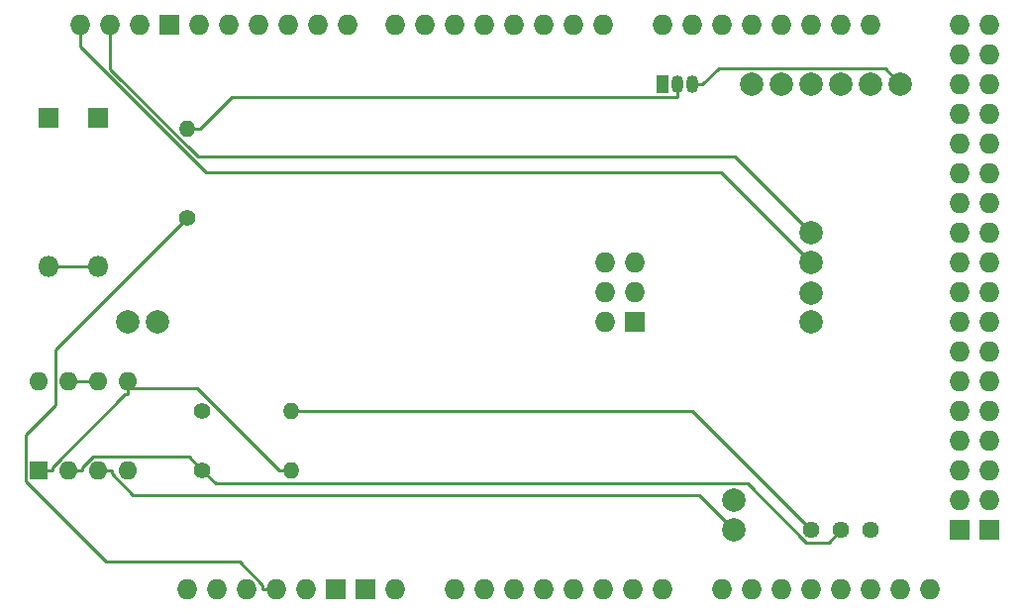
<source format=gbr>
%TF.GenerationSoftware,KiCad,Pcbnew,7.0.5*%
%TF.CreationDate,2023-10-27T13:43:38+01:00*%
%TF.ProjectId,OptiprodV2,4f707469-7072-46f6-9456-322e6b696361,rev?*%
%TF.SameCoordinates,Original*%
%TF.FileFunction,Copper,L1,Top*%
%TF.FilePolarity,Positive*%
%FSLAX46Y46*%
G04 Gerber Fmt 4.6, Leading zero omitted, Abs format (unit mm)*
G04 Created by KiCad (PCBNEW 7.0.5) date 2023-10-27 13:43:38*
%MOMM*%
%LPD*%
G01*
G04 APERTURE LIST*
%TA.AperFunction,ComponentPad*%
%ADD10C,2.000000*%
%TD*%
%TA.AperFunction,ComponentPad*%
%ADD11O,1.727200X1.727200*%
%TD*%
%TA.AperFunction,ComponentPad*%
%ADD12R,1.727200X1.727200*%
%TD*%
%TA.AperFunction,ComponentPad*%
%ADD13C,1.400000*%
%TD*%
%TA.AperFunction,ComponentPad*%
%ADD14O,1.400000X1.400000*%
%TD*%
%TA.AperFunction,ComponentPad*%
%ADD15R,1.050000X1.500000*%
%TD*%
%TA.AperFunction,ComponentPad*%
%ADD16O,1.050000X1.500000*%
%TD*%
%TA.AperFunction,ComponentPad*%
%ADD17R,1.800000X1.800000*%
%TD*%
%TA.AperFunction,ComponentPad*%
%ADD18O,1.800000X1.800000*%
%TD*%
%TA.AperFunction,ComponentPad*%
%ADD19R,1.600000X1.600000*%
%TD*%
%TA.AperFunction,ComponentPad*%
%ADD20O,1.600000X1.600000*%
%TD*%
%TA.AperFunction,ComponentPad*%
%ADD21C,1.440000*%
%TD*%
%TA.AperFunction,Conductor*%
%ADD22C,0.250000*%
%TD*%
G04 APERTURE END LIST*
D10*
%TO.P,GNDIN1,1,1*%
%TO.N,GND*%
X170180000Y-99060000D03*
%TD*%
D11*
%TO.P,A2,VIN,VIN*%
%TO.N,unconnected-(A2-PadVIN)*%
X141224000Y-106680000D03*
%TO.P,A2,SDA,SDA*%
%TO.N,Net-(A2-PadSDA)*%
X116840000Y-58420000D03*
%TO.P,A2,SCL,SCL*%
%TO.N,Net-(A2-PadSCL)*%
X114300000Y-58420000D03*
%TO.P,A2,SCK,SPI_SCK*%
%TO.N,unconnected-(A2-SPI_SCK-PadSCK)*%
X159131000Y-81280000D03*
%TO.P,A2,RST2,SPI_RESET*%
%TO.N,unconnected-(A2-SPI_RESET-PadRST2)*%
X159131000Y-83820000D03*
%TO.P,A2,RST1,RESET*%
%TO.N,unconnected-(A2-RESET-PadRST1)*%
X128524000Y-106680000D03*
%TO.P,A2,MOSI,SPI_MOSI*%
%TO.N,unconnected-(A2-SPI_MOSI-PadMOSI)*%
X161671000Y-81280000D03*
%TO.P,A2,MISO,SPI_MISO*%
%TO.N,unconnected-(A2-SPI_MISO-PadMISO)*%
X159131000Y-78740000D03*
%TO.P,A2,IORF,IOREF*%
%TO.N,unconnected-(A2-IOREF-PadIORF)*%
X125984000Y-106680000D03*
D12*
%TO.P,A2,GND6,GND*%
%TO.N,GND*%
X192024000Y-101600000D03*
%TO.P,A2,GND5,GND*%
X189484000Y-101600000D03*
%TO.P,A2,GND4,SPI_GND*%
%TO.N,unconnected-(A2-SPI_GND-PadGND4)*%
X161671000Y-83820000D03*
%TO.P,A2,GND3,GND*%
%TO.N,GND*%
X138684000Y-106680000D03*
%TO.P,A2,GND2,GND*%
X136144000Y-106680000D03*
%TO.P,A2,GND1,GND*%
X121920000Y-58420000D03*
D11*
%TO.P,A2,D53,D53_CS*%
%TO.N,unconnected-(A2-D53_CS-PadD53)*%
X192024000Y-99060000D03*
%TO.P,A2,D52,D52_SCK*%
%TO.N,unconnected-(A2-D52_SCK-PadD52)*%
X189484000Y-99060000D03*
%TO.P,A2,D51,D51_MOSI*%
%TO.N,unconnected-(A2-D51_MOSI-PadD51)*%
X192024000Y-96520000D03*
%TO.P,A2,D50,D50_MISO*%
%TO.N,unconnected-(A2-D50_MISO-PadD50)*%
X189484000Y-96520000D03*
%TO.P,A2,D49,D49*%
%TO.N,unconnected-(A2-PadD49)*%
X192024000Y-93980000D03*
%TO.P,A2,D48,D48*%
%TO.N,unconnected-(A2-PadD48)*%
X189484000Y-93980000D03*
%TO.P,A2,D47,D47*%
%TO.N,unconnected-(A2-PadD47)*%
X192024000Y-91440000D03*
%TO.P,A2,D46,D46*%
%TO.N,unconnected-(A2-PadD46)*%
X189484000Y-91440000D03*
%TO.P,A2,D45,D45*%
%TO.N,unconnected-(A2-PadD45)*%
X192024000Y-88900000D03*
%TO.P,A2,D44,D44*%
%TO.N,unconnected-(A2-PadD44)*%
X189484000Y-88900000D03*
%TO.P,A2,D43,D43*%
%TO.N,unconnected-(A2-PadD43)*%
X192024000Y-86360000D03*
%TO.P,A2,D42,D42*%
%TO.N,unconnected-(A2-PadD42)*%
X189484000Y-86360000D03*
%TO.P,A2,D41,D41*%
%TO.N,unconnected-(A2-PadD41)*%
X192024000Y-83820000D03*
%TO.P,A2,D40,D40*%
%TO.N,unconnected-(A2-PadD40)*%
X189484000Y-83820000D03*
%TO.P,A2,D39,D39*%
%TO.N,unconnected-(A2-PadD39)*%
X192024000Y-81280000D03*
%TO.P,A2,D38,D38*%
%TO.N,unconnected-(A2-PadD38)*%
X189484000Y-81280000D03*
%TO.P,A2,D37,D37*%
%TO.N,unconnected-(A2-PadD37)*%
X192024000Y-78740000D03*
%TO.P,A2,D36,D36*%
%TO.N,unconnected-(A2-PadD36)*%
X189484000Y-78740000D03*
%TO.P,A2,D35,D35*%
%TO.N,unconnected-(A2-PadD35)*%
X192024000Y-76200000D03*
%TO.P,A2,D34,D34*%
%TO.N,unconnected-(A2-PadD34)*%
X189484000Y-76200000D03*
%TO.P,A2,D33,D33*%
%TO.N,unconnected-(A2-PadD33)*%
X192024000Y-73660000D03*
%TO.P,A2,D32,D32*%
%TO.N,unconnected-(A2-PadD32)*%
X189484000Y-73660000D03*
%TO.P,A2,D31,D31*%
%TO.N,unconnected-(A2-PadD31)*%
X192024000Y-71120000D03*
%TO.P,A2,D30,D30*%
%TO.N,unconnected-(A2-PadD30)*%
X189484000Y-71120000D03*
%TO.P,A2,D29,D29*%
%TO.N,unconnected-(A2-PadD29)*%
X192024000Y-68580000D03*
%TO.P,A2,D28,D28*%
%TO.N,unconnected-(A2-PadD28)*%
X189484000Y-68580000D03*
%TO.P,A2,D27,D27*%
%TO.N,unconnected-(A2-PadD27)*%
X192024000Y-66040000D03*
%TO.P,A2,D26,D26*%
%TO.N,unconnected-(A2-PadD26)*%
X189484000Y-66040000D03*
%TO.P,A2,D25,D25*%
%TO.N,unconnected-(A2-PadD25)*%
X192024000Y-63500000D03*
%TO.P,A2,D24,D24*%
%TO.N,unconnected-(A2-PadD24)*%
X189484000Y-63500000D03*
%TO.P,A2,D23,D23*%
%TO.N,unconnected-(A2-PadD23)*%
X192024000Y-60960000D03*
%TO.P,A2,D22,D22*%
%TO.N,unconnected-(A2-PadD22)*%
X189484000Y-60960000D03*
%TO.P,A2,D21,D21/SCL*%
%TO.N,Net-(A2-D21{slash}SCL)*%
X181864000Y-58420000D03*
%TO.P,A2,D20,D20/SDA*%
%TO.N,Net-(A2-D20{slash}SDA)*%
X179324000Y-58420000D03*
%TO.P,A2,D19,D19/RX1*%
%TO.N,unconnected-(A2-D19{slash}RX1-PadD19)*%
X176784000Y-58420000D03*
%TO.P,A2,D18,D18/TX1*%
%TO.N,unconnected-(A2-D18{slash}TX1-PadD18)*%
X174244000Y-58420000D03*
%TO.P,A2,D17,D17/RX2*%
%TO.N,unconnected-(A2-D17{slash}RX2-PadD17)*%
X171704000Y-58420000D03*
%TO.P,A2,D16,D16/TX2*%
%TO.N,unconnected-(A2-D16{slash}TX2-PadD16)*%
X169164000Y-58420000D03*
%TO.P,A2,D15,D15/RX3*%
%TO.N,unconnected-(A2-D15{slash}RX3-PadD15)*%
X166624000Y-58420000D03*
%TO.P,A2,D14,D14/TX3*%
%TO.N,unconnected-(A2-D14{slash}TX3-PadD14)*%
X164084000Y-58420000D03*
%TO.P,A2,D13,D13*%
%TO.N,unconnected-(A2-PadD13)*%
X124460000Y-58420000D03*
%TO.P,A2,D12,D12*%
%TO.N,unconnected-(A2-PadD12)*%
X127000000Y-58420000D03*
%TO.P,A2,D11,D11*%
%TO.N,unconnected-(A2-PadD11)*%
X129540000Y-58420000D03*
%TO.P,A2,D10,D10*%
%TO.N,unconnected-(A2-PadD10)*%
X132080000Y-58420000D03*
%TO.P,A2,D9,D9*%
%TO.N,unconnected-(A2-PadD9)*%
X134620000Y-58420000D03*
%TO.P,A2,D8,D8*%
%TO.N,unconnected-(A2-PadD8)*%
X137160000Y-58420000D03*
%TO.P,A2,D7,D7*%
%TO.N,unconnected-(A2-PadD7)*%
X141224000Y-58420000D03*
%TO.P,A2,D6,D6*%
%TO.N,unconnected-(A2-PadD6)*%
X143764000Y-58420000D03*
%TO.P,A2,D5,D5*%
%TO.N,unconnected-(A2-PadD5)*%
X146304000Y-58420000D03*
%TO.P,A2,D4,D4*%
%TO.N,unconnected-(A2-PadD4)*%
X148844000Y-58420000D03*
%TO.P,A2,D3,D3_INT1*%
%TO.N,unconnected-(A2-D3_INT1-PadD3)*%
X151384000Y-58420000D03*
%TO.P,A2,D2,D2_INT0*%
%TO.N,unconnected-(A2-D2_INT0-PadD2)*%
X153924000Y-58420000D03*
%TO.P,A2,D1,D1/TX0*%
%TO.N,unconnected-(A2-D1{slash}TX0-PadD1)*%
X156464000Y-58420000D03*
%TO.P,A2,D0,D0/RX0*%
%TO.N,unconnected-(A2-D0{slash}RX0-PadD0)*%
X159004000Y-58420000D03*
%TO.P,A2,AREF,AREF*%
%TO.N,unconnected-(A2-PadAREF)*%
X119380000Y-58420000D03*
%TO.P,A2,A15,A15*%
%TO.N,unconnected-(A2-PadA15)*%
X186944000Y-106680000D03*
%TO.P,A2,A14,A14*%
%TO.N,unconnected-(A2-PadA14)*%
X184404000Y-106680000D03*
%TO.P,A2,A13,A13*%
%TO.N,unconnected-(A2-PadA13)*%
X181864000Y-106680000D03*
%TO.P,A2,A12,A12*%
%TO.N,unconnected-(A2-PadA12)*%
X179324000Y-106680000D03*
%TO.P,A2,A11,A11*%
%TO.N,unconnected-(A2-PadA11)*%
X176784000Y-106680000D03*
%TO.P,A2,A10,A10*%
%TO.N,unconnected-(A2-PadA10)*%
X174244000Y-106680000D03*
%TO.P,A2,A9,A9*%
%TO.N,unconnected-(A2-PadA9)*%
X171704000Y-106680000D03*
%TO.P,A2,A8,A8*%
%TO.N,unconnected-(A2-PadA8)*%
X169164000Y-106680000D03*
%TO.P,A2,A7,A7*%
%TO.N,unconnected-(A2-PadA7)*%
X164084000Y-106680000D03*
%TO.P,A2,A6,A6*%
%TO.N,unconnected-(A2-PadA6)*%
X161544000Y-106680000D03*
%TO.P,A2,A5,A5*%
%TO.N,unconnected-(A2-PadA5)*%
X159004000Y-106680000D03*
%TO.P,A2,A4,A4*%
%TO.N,unconnected-(A2-PadA4)*%
X156464000Y-106680000D03*
%TO.P,A2,A3,A3*%
%TO.N,unconnected-(A2-PadA3)*%
X153924000Y-106680000D03*
%TO.P,A2,A2,A2*%
%TO.N,unconnected-(A2-PadA2)*%
X151384000Y-106680000D03*
%TO.P,A2,A1,A1*%
%TO.N,unconnected-(A2-PadA1)*%
X148844000Y-106680000D03*
%TO.P,A2,A0,A0*%
%TO.N,Net-(MCP602B--)*%
X146304000Y-106680000D03*
%TO.P,A2,5V4,5V*%
%TO.N,unconnected-(A2-5V-Pad5V4)*%
X192024000Y-58420000D03*
%TO.P,A2,5V3,5V*%
%TO.N,unconnected-(A2-5V-Pad5V3)*%
X189484000Y-58420000D03*
%TO.P,A2,5V2,SPI_5V*%
%TO.N,unconnected-(A2-SPI_5V-Pad5V2)*%
X161671000Y-78740000D03*
%TO.P,A2,5V1,5V*%
%TO.N,VCCQ*%
X133604000Y-106680000D03*
%TO.P,A2,3V3,3.3V*%
%TO.N,VCC*%
X131064000Y-106680000D03*
%TO.P,A2,*%
%TO.N,*%
X123444000Y-106680000D03*
%TD*%
D10*
%TO.P,IN1,1,1*%
%TO.N,Net-(DZ5-K)*%
X170180000Y-101600000D03*
%TD*%
D13*
%TO.P,1K2,1*%
%TO.N,GND*%
X124714000Y-91440000D03*
D14*
%TO.P,1K2,2*%
%TO.N,Net-(1K1-Right)*%
X132334000Y-91440000D03*
%TD*%
D10*
%TO.P,SDO1,1,1*%
%TO.N,unconnected-(SDO1-Pad1)*%
X174244000Y-63470000D03*
%TD*%
%TO.P,VCCS1,1,1*%
%TO.N,VCCQ*%
X176784000Y-81380000D03*
%TD*%
D13*
%TO.P,51K1,1*%
%TO.N,Net-(1K1-Center)*%
X124714000Y-96520000D03*
D14*
%TO.P,51K1,2*%
%TO.N,Net-(MCP602B-+)*%
X132334000Y-96520000D03*
%TD*%
D10*
%TO.P,CS1,1,1*%
%TO.N,unconnected-(CS1-Pad1)*%
X171704000Y-63470000D03*
%TD*%
%TO.P,GND1,1,1*%
%TO.N,GND*%
X181864000Y-63500000D03*
%TD*%
D15*
%TO.P,DS18B20,1,GND*%
%TO.N,GND*%
X164084000Y-63500000D03*
D16*
%TO.P,DS18B20,2,DQ*%
%TO.N,Net-(DS18B20-DQ)*%
X165354000Y-63500000D03*
%TO.P,DS18B20,3,V_{DD}*%
%TO.N,VCC*%
X166624000Y-63500000D03*
%TD*%
D10*
%TO.P,Follower1,1,1*%
%TO.N,Net-(MCP602B--)*%
X118364000Y-83820000D03*
%TD*%
D17*
%TO.P,DZ6,1,K*%
%TO.N,GND*%
X111574000Y-66370000D03*
D18*
%TO.P,DZ6,2,A*%
%TO.N,Net-(DZ5-A)*%
X111574000Y-79070000D03*
%TD*%
D10*
%TO.P,SDA2,1,1*%
%TO.N,Net-(A2-PadSDA)*%
X176784000Y-76200000D03*
%TD*%
D17*
%TO.P,DZ5,1,K*%
%TO.N,Net-(DZ5-K)*%
X115824000Y-66370000D03*
D18*
%TO.P,DZ5,2,A*%
%TO.N,Net-(DZ5-A)*%
X115824000Y-79070000D03*
%TD*%
D10*
%TO.P,Follower2,1,1*%
%TO.N,Net-(MCP602B-+)*%
X120904000Y-83820000D03*
%TD*%
D13*
%TO.P,4.7K1,1*%
%TO.N,VCC*%
X123444000Y-74930000D03*
D14*
%TO.P,4.7K1,2*%
%TO.N,Net-(DS18B20-DQ)*%
X123444000Y-67310000D03*
%TD*%
D19*
%TO.P,MCP602,1*%
%TO.N,Net-(MCP602B-+)*%
X110744000Y-96520000D03*
D20*
%TO.P,MCP602,2,-*%
%TO.N,Net-(1K1-Center)*%
X113284000Y-96520000D03*
%TO.P,MCP602,3,+*%
%TO.N,Net-(DZ5-K)*%
X115824000Y-96520000D03*
%TO.P,MCP602,4,V-*%
%TO.N,GND*%
X118364000Y-96520000D03*
%TO.P,MCP602,5,+*%
%TO.N,Net-(MCP602B-+)*%
X118364000Y-88900000D03*
%TO.P,MCP602,6,-*%
%TO.N,Net-(MCP602B--)*%
X115824000Y-88900000D03*
%TO.P,MCP602,7*%
X113284000Y-88900000D03*
%TO.P,MCP602,8,V+*%
%TO.N,VCCQ*%
X110744000Y-88900000D03*
%TD*%
D10*
%TO.P,GNDS1,1,1*%
%TO.N,GND*%
X176784000Y-83820000D03*
%TD*%
%TO.P,SCL2,1,1*%
%TO.N,Net-(A2-PadSCL)*%
X176784000Y-78740000D03*
%TD*%
%TO.P,VCC1,1,1*%
%TO.N,VCC*%
X184404000Y-63470000D03*
%TD*%
%TO.P,SDA1,1,1*%
%TO.N,Net-(A2-D20{slash}SDA)*%
X176784000Y-63470000D03*
%TD*%
%TO.P,SCL1,1,1*%
%TO.N,Net-(A2-D21{slash}SCL)*%
X179324000Y-63500000D03*
%TD*%
D21*
%TO.P,1K1,1,Left*%
%TO.N,unconnected-(1K1-Left-Pad1)*%
X181864000Y-101600000D03*
%TO.P,1K1,2,Center*%
%TO.N,Net-(1K1-Center)*%
X179324000Y-101600000D03*
%TO.P,1K1,3,Right*%
%TO.N,Net-(1K1-Right)*%
X176784000Y-101600000D03*
%TD*%
D22*
%TO.N,Net-(MCP602B--)*%
X113284000Y-88900000D02*
X115824000Y-88900000D01*
%TO.N,Net-(MCP602B-+)*%
X111870900Y-96238300D02*
X111870900Y-96520000D01*
X118082300Y-90026900D02*
X111870900Y-96238300D01*
X118364000Y-90026900D02*
X118082300Y-90026900D01*
X110744000Y-96520000D02*
X111870900Y-96520000D01*
X118364000Y-88900000D02*
X118364000Y-89463400D01*
X118364000Y-89463400D02*
X118364000Y-90026900D01*
X124250500Y-89463400D02*
X131307100Y-96520000D01*
X118364000Y-89463400D02*
X124250500Y-89463400D01*
X132334000Y-96520000D02*
X131307100Y-96520000D01*
%TO.N,Net-(A2-PadSCL)*%
X169073000Y-71029000D02*
X176784000Y-78740000D01*
X125044700Y-71029000D02*
X169073000Y-71029000D01*
X114300000Y-60284300D02*
X125044700Y-71029000D01*
X114300000Y-58420000D02*
X114300000Y-60284300D01*
%TO.N,Net-(A2-PadSDA)*%
X116840000Y-62185200D02*
X116840000Y-59610500D01*
X124310800Y-69656000D02*
X116840000Y-62185200D01*
X170240000Y-69656000D02*
X124310800Y-69656000D01*
X176784000Y-76200000D02*
X170240000Y-69656000D01*
X116840000Y-58420000D02*
X116840000Y-59610500D01*
%TO.N,Net-(DS18B20-DQ)*%
X127204000Y-64576900D02*
X124470900Y-67310000D01*
X165354000Y-64576900D02*
X127204000Y-64576900D01*
X165354000Y-63500000D02*
X165354000Y-64576900D01*
X123444000Y-67310000D02*
X124470900Y-67310000D01*
%TO.N,Net-(1K1-Right)*%
X166624000Y-91440000D02*
X132334000Y-91440000D01*
X176784000Y-101600000D02*
X166624000Y-91440000D01*
%TO.N,Net-(1K1-Center)*%
X125842400Y-97648400D02*
X124714000Y-96520000D01*
X171322300Y-97648400D02*
X125842400Y-97648400D01*
X176346500Y-102672600D02*
X171322300Y-97648400D01*
X178251400Y-102672600D02*
X176346500Y-102672600D01*
X179324000Y-101600000D02*
X178251400Y-102672600D01*
X114410900Y-96286500D02*
X114410900Y-96520000D01*
X115341600Y-95355800D02*
X114410900Y-96286500D01*
X123549800Y-95355800D02*
X115341600Y-95355800D01*
X124714000Y-96520000D02*
X123549800Y-95355800D01*
X113284000Y-96520000D02*
X114410900Y-96520000D01*
%TO.N,Net-(DZ5-A)*%
X115824000Y-79070000D02*
X111574000Y-79070000D01*
%TO.N,VCC*%
X183071400Y-62137400D02*
X184404000Y-63470000D01*
X168838500Y-62137400D02*
X183071400Y-62137400D01*
X167475900Y-63500000D02*
X168838500Y-62137400D01*
X166624000Y-63500000D02*
X167475900Y-63500000D01*
X129873500Y-106310000D02*
X129873500Y-106680000D01*
X127868300Y-104304800D02*
X129873500Y-106310000D01*
X116458900Y-104304800D02*
X127868300Y-104304800D01*
X109617100Y-97463000D02*
X116458900Y-104304800D01*
X109617100Y-93430600D02*
X109617100Y-97463000D01*
X112157100Y-90890600D02*
X109617100Y-93430600D01*
X112157100Y-86216900D02*
X112157100Y-90890600D01*
X123444000Y-74930000D02*
X112157100Y-86216900D01*
X131064000Y-106680000D02*
X129873500Y-106680000D01*
%TO.N,Net-(DZ5-K)*%
X167182400Y-98602400D02*
X170180000Y-101600000D01*
X118751600Y-98602400D02*
X167182400Y-98602400D01*
X116950900Y-96801700D02*
X118751600Y-98602400D01*
X116950900Y-96520000D02*
X116950900Y-96801700D01*
X115824000Y-96520000D02*
X116950900Y-96520000D01*
%TD*%
M02*

</source>
